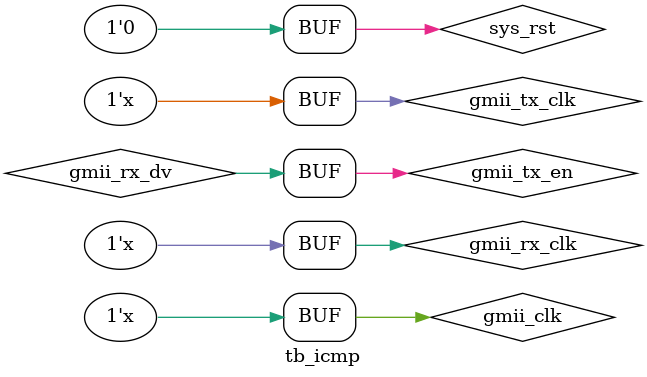
<source format=v>
`timescale 1ns / 1ps

module tb_icmp;

parameter   T = 8;
parameter   OP_CYCLE = 100;

parameter   BOARD_MAC  = 48'h00_11_22_33_44_55;
parameter   BOARD_IP   = {8'd192, 8'd168, 8'd0, 8'd2};
parameter   DES_MAC    = 48'hff_ff_ff_ff_ff_ff;
parameter   DES_IP     = {8'd192, 8'd168, 8'd0, 8'd2}; 

defparam    u_icmp.u_icmp_tx.ECHO_REPLY = 8'h08;

// reg define
reg         gmii_clk;
reg         sys_rst;
reg         tx_start_en;
reg [31:0]  tx_data;
reg [15:0]  tx_byte_num;
reg [47:0]  des_mac;
reg [31:0]  des_ip;
reg [3:0]   flow_cnt;
reg [13:0]  delay_cnt;

// wire define
wire        gmii_rx_clk;
wire        gmii_rx_dv;
wire [7:0]  gmii_rxd;
wire        gmii_tx_clk;
wire        gmii_tx_en;
wire [7:0]  gmii_txd;
wire        tx_done;
wire        tx_req;

assign  gmii_rx_clk = gmii_clk;
assign  gmii_tx_clk = gmii_clk;
assign  gmii_rx_dv  = gmii_tx_en;
assign  gmii_rxd    = gmii_txd;

// ³õÊ¼»¯ÊäÈëÐÅºÅ
initial begin
    gmii_clk        = 1'b0;
    sys_rst         = 1'b1;
    #(T+1) sys_rst  = 1'b0;
end

always #(T/2) gmii_clk = ~gmii_clk;

always @(posedge gmii_clk or posedge sys_rst) begin
    if(sys_rst) begin
        tx_start_en    <= 1'd0;
        tx_data        <= 32'd0;
        tx_byte_num    <= 16'd0;
        des_mac        <= 48'd0;
        des_ip         <= 32'd0;
        flow_cnt       <= 4'd0;
        delay_cnt      <= 14'd0;
    end
    else begin
        case(flow_cnt)
            4'd0: flow_cnt <= flow_cnt + 4'd1;

            4'd1: begin
                tx_start_en <= 1'b1;
                tx_byte_num <= 16'd20;              // ICMPÒª·¢ËÍµÄ±¨ÎÄ×Ö½ÚÊý
                flow_cnt    <= flow_cnt + 4'd1;
            end

            4'd2: begin
                tx_start_en <= 1'b0;
                flow_cnt    <= flow_cnt + 4'd1; 
            end

            4'd3: begin
                if(tx_req)
                    tx_data <= tx_data + 1;
                if(tx_done) begin
                    flow_cnt <= flow_cnt + 4'd1; 
                    tx_data <= 32'd0;
                end
            end

            4'd4: begin
                delay_cnt <= delay_cnt + 1'b1;
                if(delay_cnt == OP_CYCLE - 1)
                    flow_cnt <= flow_cnt + 4'd1;
            end

            4'd5: begin
                tx_start_en <= 1'b1;
                tx_byte_num <= 16'd28;
                flow_cnt <= flow_cnt + 4'd1;
            end

            4'd6: begin
                tx_start_en <= 1'b0;
                flow_cnt <= flow_cnt + 4'd1;
            end

            4'd7: begin
                if(tx_req)
                    tx_data <= tx_data + 1;
                if(tx_done) begin
                    flow_cnt <= flow_cnt + 4'd1;
                    tx_data <= 32'd0;
                end
            end
        endcase
    end
end


icmp #(
    .DES_IP(DES_IP),
    .DES_MAC(DES_MAC),
    .BOARD_IP(BOARD_IP),
    .BOARD_MAC(BOARD_MAC)
)u_icmp(
    .rst                    (sys_rst),     
    .gmii_rx_clk            (gmii_clk),
    .gmii_rx_dv             (gmii_rx_dv),
    .gmii_rxd               (gmii_rxd),
    .gmii_tx_clk            (gmii_clk),
    .gmii_tx_en             (gmii_tx_en),
    .gmii_txd               (gmii_txd),
    .rec_pkt_done           (),
    .rec_en                 (),
    .rec_data               (),
    .rec_byte_num           (),
    .tx_start_en            (tx_start_en),
    .tx_data                (tx_data),
    .tx_byte_num            (tx_byte_num),
    .des_mac                (des_mac),
    .des_ip                 (des_ip),
    .tx_done                (tx_done),
    .tx_req                 (tx_req)

);



endmodule

</source>
